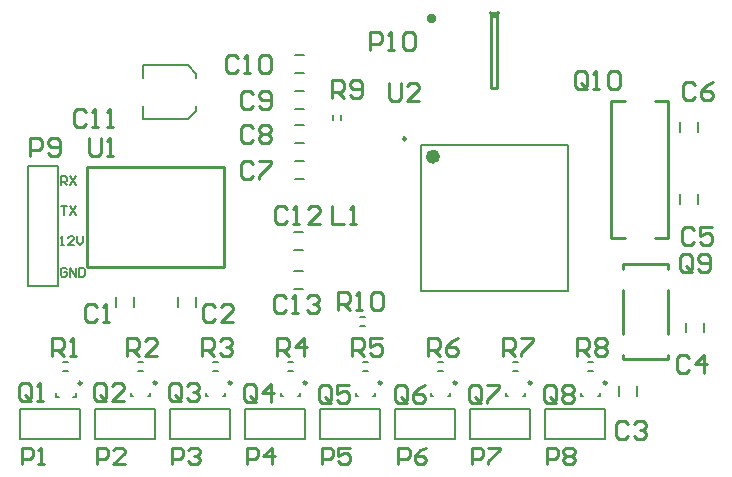
<source format=gto>
G04 Layer_Color=65535*
%FSLAX23Y23*%
%MOIN*%
G70*
G01*
G75*
%ADD23C,0.010*%
%ADD31C,0.024*%
%ADD32C,0.010*%
%ADD33C,0.008*%
%ADD34C,0.020*%
%ADD35C,0.006*%
D23*
X2602Y2530D02*
G03*
X2628Y2530I13J0D01*
G01*
X1713Y1681D02*
Y2016D01*
X1257Y1681D02*
X1713D01*
X1257Y2016D02*
X1713D01*
X1257Y1681D02*
Y2016D01*
X3195Y1780D02*
Y2234D01*
X3005Y1780D02*
Y2234D01*
X3049D01*
X3151D02*
X3195D01*
X3151Y1780D02*
X3195D01*
X3005D02*
X3049D01*
X2602Y2530D02*
X2625D01*
X2605D02*
X2628D01*
X2605Y2280D02*
Y2530D01*
Y2280D02*
X2625D01*
Y2530D01*
X3042Y1376D02*
X3192D01*
X3042Y1691D02*
X3192D01*
X3042Y1376D02*
Y1390D01*
Y1460D02*
Y1606D01*
Y1677D02*
Y1691D01*
X3192Y1460D02*
Y1606D01*
Y1376D02*
Y1390D01*
Y1677D02*
Y1691D01*
X2263Y2297D02*
Y2247D01*
X2272Y2237D01*
X2292D01*
X2302Y2247D01*
Y2297D01*
X2362Y2237D02*
X2322D01*
X2362Y2277D01*
Y2287D01*
X2352Y2297D01*
X2332D01*
X2322Y2287D01*
X1262Y2111D02*
Y2061D01*
X1272Y2051D01*
X1292D01*
X1302Y2061D01*
Y2111D01*
X1322Y2051D02*
X1342D01*
X1332D01*
Y2111D01*
X1322Y2101D01*
X2095Y1540D02*
Y1600D01*
X2125D01*
X2135Y1590D01*
Y1570D01*
X2125Y1560D01*
X2095D01*
X2115D02*
X2135Y1540D01*
X2155D02*
X2175D01*
X2165D01*
Y1600D01*
X2155Y1590D01*
X2205D02*
X2215Y1600D01*
X2235D01*
X2245Y1590D01*
Y1550D01*
X2235Y1540D01*
X2215D01*
X2205Y1550D01*
Y1590D01*
X2075Y2245D02*
Y2305D01*
X2105D01*
X2115Y2295D01*
Y2275D01*
X2105Y2265D01*
X2075D01*
X2095D02*
X2115Y2245D01*
X2135Y2255D02*
X2145Y2245D01*
X2165D01*
X2175Y2255D01*
Y2295D01*
X2165Y2305D01*
X2145D01*
X2135Y2295D01*
Y2285D01*
X2145Y2275D01*
X2175D01*
X2925Y2285D02*
Y2325D01*
X2915Y2335D01*
X2895D01*
X2885Y2325D01*
Y2285D01*
X2895Y2275D01*
X2915D01*
X2905Y2295D02*
X2925Y2275D01*
X2915D02*
X2925Y2285D01*
X2945Y2275D02*
X2965D01*
X2955D01*
Y2335D01*
X2945Y2325D01*
X2995D02*
X3005Y2335D01*
X3025D01*
X3035Y2325D01*
Y2285D01*
X3025Y2275D01*
X3005D01*
X2995Y2285D01*
Y2325D01*
X3275Y1675D02*
Y1715D01*
X3265Y1725D01*
X3245D01*
X3235Y1715D01*
Y1675D01*
X3245Y1665D01*
X3265D01*
X3255Y1685D02*
X3275Y1665D01*
X3265D02*
X3275Y1675D01*
X3295D02*
X3305Y1665D01*
X3325D01*
X3335Y1675D01*
Y1715D01*
X3325Y1725D01*
X3305D01*
X3295Y1715D01*
Y1705D01*
X3305Y1695D01*
X3335D01*
X2820Y1239D02*
Y1279D01*
X2810Y1289D01*
X2790D01*
X2780Y1279D01*
Y1239D01*
X2790Y1229D01*
X2810D01*
X2800Y1249D02*
X2820Y1229D01*
X2810D02*
X2820Y1239D01*
X2840Y1279D02*
X2850Y1289D01*
X2870D01*
X2880Y1279D01*
Y1269D01*
X2870Y1259D01*
X2880Y1249D01*
Y1239D01*
X2870Y1229D01*
X2850D01*
X2840Y1239D01*
Y1249D01*
X2850Y1259D01*
X2840Y1269D01*
Y1279D01*
X2850Y1259D02*
X2870D01*
X2570Y1239D02*
Y1279D01*
X2560Y1289D01*
X2540D01*
X2530Y1279D01*
Y1239D01*
X2540Y1229D01*
X2560D01*
X2550Y1249D02*
X2570Y1229D01*
X2560D02*
X2570Y1239D01*
X2590Y1289D02*
X2630D01*
Y1279D01*
X2590Y1239D01*
Y1229D01*
X2325Y1240D02*
Y1280D01*
X2315Y1290D01*
X2295D01*
X2285Y1280D01*
Y1240D01*
X2295Y1230D01*
X2315D01*
X2305Y1250D02*
X2325Y1230D01*
X2315D02*
X2325Y1240D01*
X2385Y1290D02*
X2365Y1280D01*
X2345Y1260D01*
Y1240D01*
X2355Y1230D01*
X2375D01*
X2385Y1240D01*
Y1250D01*
X2375Y1260D01*
X2345D01*
X2070Y1240D02*
Y1280D01*
X2060Y1290D01*
X2040D01*
X2030Y1280D01*
Y1240D01*
X2040Y1230D01*
X2060D01*
X2050Y1250D02*
X2070Y1230D01*
X2060D02*
X2070Y1240D01*
X2130Y1290D02*
X2090D01*
Y1260D01*
X2110Y1270D01*
X2120D01*
X2130Y1260D01*
Y1240D01*
X2120Y1230D01*
X2100D01*
X2090Y1240D01*
X1820Y1241D02*
Y1281D01*
X1810Y1291D01*
X1790D01*
X1780Y1281D01*
Y1241D01*
X1790Y1231D01*
X1810D01*
X1800Y1251D02*
X1820Y1231D01*
X1810D02*
X1820Y1241D01*
X1870Y1231D02*
Y1291D01*
X1840Y1261D01*
X1880D01*
X1570Y1245D02*
Y1285D01*
X1560Y1295D01*
X1540D01*
X1530Y1285D01*
Y1245D01*
X1540Y1235D01*
X1560D01*
X1550Y1255D02*
X1570Y1235D01*
X1560D02*
X1570Y1245D01*
X1590Y1285D02*
X1600Y1295D01*
X1620D01*
X1630Y1285D01*
Y1275D01*
X1620Y1265D01*
X1610D01*
X1620D01*
X1630Y1255D01*
Y1245D01*
X1620Y1235D01*
X1600D01*
X1590Y1245D01*
X1320D02*
Y1285D01*
X1310Y1295D01*
X1290D01*
X1280Y1285D01*
Y1245D01*
X1290Y1235D01*
X1310D01*
X1300Y1255D02*
X1320Y1235D01*
X1310D02*
X1320Y1245D01*
X1380Y1235D02*
X1340D01*
X1380Y1275D01*
Y1285D01*
X1370Y1295D01*
X1350D01*
X1340Y1285D01*
X1070Y1245D02*
Y1285D01*
X1060Y1295D01*
X1040D01*
X1030Y1285D01*
Y1245D01*
X1040Y1235D01*
X1060D01*
X1050Y1255D02*
X1070Y1235D01*
X1060D02*
X1070Y1245D01*
X1090Y1235D02*
X1110D01*
X1100D01*
Y1295D01*
X1090Y1285D01*
X2200Y2405D02*
Y2465D01*
X2230D01*
X2240Y2455D01*
Y2435D01*
X2230Y2425D01*
X2200D01*
X2260Y2405D02*
X2280D01*
X2270D01*
Y2465D01*
X2260Y2455D01*
X2310D02*
X2320Y2465D01*
X2340D01*
X2350Y2455D01*
Y2415D01*
X2340Y2405D01*
X2320D01*
X2310Y2415D01*
Y2455D01*
X1066Y2053D02*
Y2113D01*
X1096D01*
X1106Y2103D01*
Y2083D01*
X1096Y2073D01*
X1066D01*
X1126Y2063D02*
X1136Y2053D01*
X1156D01*
X1166Y2063D01*
Y2103D01*
X1156Y2113D01*
X1136D01*
X1126Y2103D01*
Y2093D01*
X1136Y2083D01*
X1166D01*
X2790Y1025D02*
Y1080D01*
X2817D01*
X2827Y1071D01*
Y1052D01*
X2817Y1043D01*
X2790D01*
X2845Y1071D02*
X2854Y1080D01*
X2872D01*
X2882Y1071D01*
Y1062D01*
X2872Y1052D01*
X2882Y1043D01*
Y1034D01*
X2872Y1025D01*
X2854D01*
X2845Y1034D01*
Y1043D01*
X2854Y1052D01*
X2845Y1062D01*
Y1071D01*
X2854Y1052D02*
X2872D01*
X2540Y1025D02*
Y1080D01*
X2567D01*
X2577Y1071D01*
Y1052D01*
X2567Y1043D01*
X2540D01*
X2595Y1080D02*
X2632D01*
Y1071D01*
X2595Y1034D01*
Y1025D01*
X2295D02*
Y1080D01*
X2322D01*
X2332Y1071D01*
Y1052D01*
X2322Y1043D01*
X2295D01*
X2387Y1080D02*
X2368Y1071D01*
X2350Y1052D01*
Y1034D01*
X2359Y1025D01*
X2377D01*
X2387Y1034D01*
Y1043D01*
X2377Y1052D01*
X2350D01*
X2040Y1025D02*
Y1080D01*
X2067D01*
X2077Y1071D01*
Y1052D01*
X2067Y1043D01*
X2040D01*
X2132Y1080D02*
X2095D01*
Y1052D01*
X2113Y1062D01*
X2122D01*
X2132Y1052D01*
Y1034D01*
X2122Y1025D01*
X2104D01*
X2095Y1034D01*
X1790Y1025D02*
Y1080D01*
X1817D01*
X1827Y1071D01*
Y1052D01*
X1817Y1043D01*
X1790D01*
X1872Y1025D02*
Y1080D01*
X1845Y1052D01*
X1882D01*
X1540Y1025D02*
Y1080D01*
X1567D01*
X1577Y1071D01*
Y1052D01*
X1567Y1043D01*
X1540D01*
X1595Y1071D02*
X1604Y1080D01*
X1622D01*
X1632Y1071D01*
Y1062D01*
X1622Y1052D01*
X1613D01*
X1622D01*
X1632Y1043D01*
Y1034D01*
X1622Y1025D01*
X1604D01*
X1595Y1034D01*
X1290Y1025D02*
Y1080D01*
X1317D01*
X1327Y1071D01*
Y1052D01*
X1317Y1043D01*
X1290D01*
X1382Y1025D02*
X1345D01*
X1382Y1062D01*
Y1071D01*
X1372Y1080D01*
X1354D01*
X1345Y1071D01*
X1040Y1025D02*
Y1080D01*
X1067D01*
X1077Y1071D01*
Y1052D01*
X1067Y1043D01*
X1040D01*
X1095Y1025D02*
X1113D01*
X1104D01*
Y1080D01*
X1095Y1071D01*
X2075Y1884D02*
Y1824D01*
X2115D01*
X2135D02*
X2155D01*
X2145D01*
Y1884D01*
X2135Y1874D01*
X1920Y1580D02*
X1910Y1590D01*
X1890D01*
X1880Y1580D01*
Y1540D01*
X1890Y1530D01*
X1910D01*
X1920Y1540D01*
X1940Y1530D02*
X1960D01*
X1950D01*
Y1590D01*
X1940Y1580D01*
X1990D02*
X2000Y1590D01*
X2020D01*
X2030Y1580D01*
Y1570D01*
X2020Y1560D01*
X2010D01*
X2020D01*
X2030Y1550D01*
Y1540D01*
X2020Y1530D01*
X2000D01*
X1990Y1540D01*
X1922Y1875D02*
X1912Y1885D01*
X1892D01*
X1882Y1875D01*
Y1835D01*
X1892Y1825D01*
X1912D01*
X1922Y1835D01*
X1942Y1825D02*
X1962D01*
X1952D01*
Y1885D01*
X1942Y1875D01*
X2032Y1825D02*
X1992D01*
X2032Y1865D01*
Y1875D01*
X2022Y1885D01*
X2002D01*
X1992Y1875D01*
X1254Y2200D02*
X1244Y2210D01*
X1224D01*
X1214Y2200D01*
Y2160D01*
X1224Y2150D01*
X1244D01*
X1254Y2160D01*
X1274Y2150D02*
X1294D01*
X1284D01*
Y2210D01*
X1274Y2200D01*
X1324Y2150D02*
X1344D01*
X1334D01*
Y2210D01*
X1324Y2200D01*
X1760Y2380D02*
X1750Y2390D01*
X1730D01*
X1720Y2380D01*
Y2340D01*
X1730Y2330D01*
X1750D01*
X1760Y2340D01*
X1780Y2330D02*
X1800D01*
X1790D01*
Y2390D01*
X1780Y2380D01*
X1830D02*
X1840Y2390D01*
X1860D01*
X1870Y2380D01*
Y2340D01*
X1860Y2330D01*
X1840D01*
X1830Y2340D01*
Y2380D01*
X1810Y2260D02*
X1800Y2270D01*
X1780D01*
X1770Y2260D01*
Y2220D01*
X1780Y2210D01*
X1800D01*
X1810Y2220D01*
X1830D02*
X1840Y2210D01*
X1860D01*
X1870Y2220D01*
Y2260D01*
X1860Y2270D01*
X1840D01*
X1830Y2260D01*
Y2250D01*
X1840Y2240D01*
X1870D01*
X1810Y2145D02*
X1800Y2155D01*
X1780D01*
X1770Y2145D01*
Y2105D01*
X1780Y2095D01*
X1800D01*
X1810Y2105D01*
X1830Y2145D02*
X1840Y2155D01*
X1860D01*
X1870Y2145D01*
Y2135D01*
X1860Y2125D01*
X1870Y2115D01*
Y2105D01*
X1860Y2095D01*
X1840D01*
X1830Y2105D01*
Y2115D01*
X1840Y2125D01*
X1830Y2135D01*
Y2145D01*
X1840Y2125D02*
X1860D01*
X1810Y2025D02*
X1800Y2035D01*
X1780D01*
X1770Y2025D01*
Y1985D01*
X1780Y1975D01*
X1800D01*
X1810Y1985D01*
X1830Y2035D02*
X1870D01*
Y2025D01*
X1830Y1985D01*
Y1975D01*
X3285Y2290D02*
X3275Y2300D01*
X3255D01*
X3245Y2290D01*
Y2250D01*
X3255Y2240D01*
X3275D01*
X3285Y2250D01*
X3345Y2300D02*
X3325Y2290D01*
X3305Y2270D01*
Y2250D01*
X3315Y2240D01*
X3335D01*
X3345Y2250D01*
Y2260D01*
X3335Y2270D01*
X3305D01*
X3280Y1805D02*
X3270Y1815D01*
X3250D01*
X3240Y1805D01*
Y1765D01*
X3250Y1755D01*
X3270D01*
X3280Y1765D01*
X3340Y1815D02*
X3300D01*
Y1785D01*
X3320Y1795D01*
X3330D01*
X3340Y1785D01*
Y1765D01*
X3330Y1755D01*
X3310D01*
X3300Y1765D01*
X3265Y1380D02*
X3255Y1390D01*
X3235D01*
X3225Y1380D01*
Y1340D01*
X3235Y1330D01*
X3255D01*
X3265Y1340D01*
X3315Y1330D02*
Y1390D01*
X3285Y1360D01*
X3325D01*
X3060Y1160D02*
X3050Y1170D01*
X3030D01*
X3020Y1160D01*
Y1120D01*
X3030Y1110D01*
X3050D01*
X3060Y1120D01*
X3080Y1160D02*
X3090Y1170D01*
X3110D01*
X3120Y1160D01*
Y1150D01*
X3110Y1140D01*
X3100D01*
X3110D01*
X3120Y1130D01*
Y1120D01*
X3110Y1110D01*
X3090D01*
X3080Y1120D01*
X1685Y1550D02*
X1675Y1560D01*
X1655D01*
X1645Y1550D01*
Y1510D01*
X1655Y1500D01*
X1675D01*
X1685Y1510D01*
X1745Y1500D02*
X1705D01*
X1745Y1540D01*
Y1550D01*
X1735Y1560D01*
X1715D01*
X1705Y1550D01*
X1290D02*
X1280Y1560D01*
X1260D01*
X1250Y1550D01*
Y1510D01*
X1260Y1500D01*
X1280D01*
X1290Y1510D01*
X1310Y1500D02*
X1330D01*
X1320D01*
Y1560D01*
X1310Y1550D01*
X1140Y1385D02*
Y1445D01*
X1170D01*
X1180Y1435D01*
Y1415D01*
X1170Y1405D01*
X1140D01*
X1160D02*
X1180Y1385D01*
X1200D02*
X1220D01*
X1210D01*
Y1445D01*
X1200Y1435D01*
X1390Y1385D02*
Y1445D01*
X1420D01*
X1430Y1435D01*
Y1415D01*
X1420Y1405D01*
X1390D01*
X1410D02*
X1430Y1385D01*
X1490D02*
X1450D01*
X1490Y1425D01*
Y1435D01*
X1480Y1445D01*
X1460D01*
X1450Y1435D01*
X1640Y1385D02*
Y1445D01*
X1670D01*
X1680Y1435D01*
Y1415D01*
X1670Y1405D01*
X1640D01*
X1660D02*
X1680Y1385D01*
X1700Y1435D02*
X1710Y1445D01*
X1730D01*
X1740Y1435D01*
Y1425D01*
X1730Y1415D01*
X1720D01*
X1730D01*
X1740Y1405D01*
Y1395D01*
X1730Y1385D01*
X1710D01*
X1700Y1395D01*
X1890Y1385D02*
Y1445D01*
X1920D01*
X1930Y1435D01*
Y1415D01*
X1920Y1405D01*
X1890D01*
X1910D02*
X1930Y1385D01*
X1980D02*
Y1445D01*
X1950Y1415D01*
X1990D01*
X2140Y1385D02*
Y1445D01*
X2170D01*
X2180Y1435D01*
Y1415D01*
X2170Y1405D01*
X2140D01*
X2160D02*
X2180Y1385D01*
X2239Y1445D02*
X2200D01*
Y1415D01*
X2220Y1425D01*
X2229D01*
X2239Y1415D01*
Y1395D01*
X2229Y1385D01*
X2210D01*
X2200Y1395D01*
X2395Y1385D02*
Y1445D01*
X2425D01*
X2435Y1435D01*
Y1415D01*
X2425Y1405D01*
X2395D01*
X2415D02*
X2435Y1385D01*
X2494Y1445D02*
X2475Y1435D01*
X2455Y1415D01*
Y1395D01*
X2465Y1385D01*
X2484D01*
X2494Y1395D01*
Y1405D01*
X2484Y1415D01*
X2455D01*
X2645Y1385D02*
Y1445D01*
X2675D01*
X2685Y1435D01*
Y1415D01*
X2675Y1405D01*
X2645D01*
X2665D02*
X2685Y1385D01*
X2705Y1445D02*
X2744D01*
Y1435D01*
X2705Y1395D01*
Y1385D01*
X2890D02*
Y1445D01*
X2920D01*
X2930Y1435D01*
Y1415D01*
X2920Y1405D01*
X2890D01*
X2910D02*
X2930Y1385D01*
X2950Y1435D02*
X2960Y1445D01*
X2979D01*
X2989Y1435D01*
Y1425D01*
X2979Y1415D01*
X2989Y1405D01*
Y1395D01*
X2979Y1385D01*
X2960D01*
X2950Y1395D01*
Y1405D01*
X2960Y1415D01*
X2950Y1425D01*
Y1435D01*
X2960Y1415D02*
X2979D01*
D31*
X2422Y2050D02*
G03*
X2422Y2050I-12J0D01*
G01*
D32*
X2320Y2109D02*
G03*
X2320Y2109I-5J0D01*
G01*
X2989Y1296D02*
G03*
X2989Y1296I-5J0D01*
G01*
X2739D02*
G03*
X2739Y1296I-5J0D01*
G01*
X2489D02*
G03*
X2489Y1296I-5J0D01*
G01*
X2239Y1296D02*
G03*
X2239Y1296I-5J0D01*
G01*
X1989D02*
G03*
X1989Y1296I-5J0D01*
G01*
X1739Y1296D02*
G03*
X1739Y1296I-5J0D01*
G01*
X1489Y1296D02*
G03*
X1489Y1296I-5J0D01*
G01*
X1239Y1295D02*
G03*
X1239Y1295I-5J0D01*
G01*
D33*
X2371Y1601D02*
X2859D01*
X2371Y2089D02*
X2859D01*
Y1601D02*
Y2089D01*
X2371Y1601D02*
Y2089D01*
X2168Y1514D02*
X2183D01*
X2168Y1486D02*
X2183D01*
X1946Y1740D02*
X1978D01*
X1946Y1800D02*
X1978D01*
X1946Y1610D02*
X1978D01*
X1946Y1670D02*
X1978D01*
X1949Y2035D02*
X1981D01*
X1949Y1975D02*
X1981D01*
X1949Y2155D02*
X1981D01*
X1949Y2095D02*
X1981D01*
X2076Y2173D02*
Y2188D01*
X2104Y2173D02*
Y2188D01*
X1620Y2203D02*
Y2218D01*
X1594Y2176D02*
X1620Y2203D01*
X1594Y2354D02*
X1620Y2327D01*
Y2312D02*
Y2327D01*
X1443Y2176D02*
X1594D01*
X1443D02*
Y2218D01*
Y2312D02*
Y2354D01*
X1594D01*
X1949Y2390D02*
X1981D01*
X1949Y2330D02*
X1981D01*
X1949Y2270D02*
X1981D01*
X1949Y2210D02*
X1981D01*
X1060Y1620D02*
X1160D01*
X1060D02*
Y2020D01*
X1160Y1620D02*
Y2020D01*
X1060D02*
X1160D01*
X1620Y1549D02*
Y1581D01*
X1560Y1549D02*
Y1581D01*
X1415Y1549D02*
Y1581D01*
X1355Y1549D02*
Y1581D01*
X2902Y1251D02*
X2911D01*
X2902D02*
Y1263D01*
X2959Y1251D02*
X2968D01*
Y1263D01*
X2927Y1364D02*
X2943D01*
X2927Y1336D02*
X2943D01*
X2785Y1110D02*
Y1210D01*
X2985D01*
Y1110D02*
Y1210D01*
X2785Y1110D02*
X2985D01*
X2535D02*
Y1210D01*
X2735D01*
Y1110D02*
Y1210D01*
X2535Y1110D02*
X2735D01*
X2652Y1251D02*
X2661D01*
X2652D02*
Y1263D01*
X2709Y1251D02*
X2718D01*
Y1263D01*
X2677Y1364D02*
X2693D01*
X2677Y1336D02*
X2693D01*
X2402Y1251D02*
X2411D01*
X2402D02*
Y1263D01*
X2459Y1251D02*
X2468D01*
Y1263D01*
X2285Y1110D02*
Y1210D01*
X2485D01*
Y1110D02*
Y1210D01*
X2285Y1110D02*
X2485D01*
X2427Y1364D02*
X2443D01*
X2427Y1336D02*
X2443D01*
X2152Y1251D02*
X2161D01*
X2152D02*
Y1263D01*
X2209Y1251D02*
X2218D01*
Y1263D01*
X2177Y1364D02*
X2193D01*
X2177Y1336D02*
X2193D01*
X2035Y1110D02*
Y1210D01*
X2235D01*
Y1110D02*
Y1210D01*
X2035Y1110D02*
X2235D01*
X1902Y1251D02*
X1911D01*
X1902D02*
Y1263D01*
X1959Y1251D02*
X1968D01*
Y1263D01*
X1785Y1110D02*
Y1210D01*
X1985D01*
Y1110D02*
Y1210D01*
X1785Y1110D02*
X1985D01*
X1928Y1364D02*
X1943D01*
X1928Y1336D02*
X1943D01*
X1535Y1110D02*
Y1210D01*
X1735D01*
Y1110D02*
Y1210D01*
X1535Y1110D02*
X1735D01*
X1652Y1251D02*
X1661D01*
X1652D02*
Y1263D01*
X1709Y1251D02*
X1718D01*
Y1263D01*
X1677Y1364D02*
X1693D01*
X1677Y1336D02*
X1693D01*
X1285Y1110D02*
Y1210D01*
X1485D01*
Y1110D02*
Y1210D01*
X1285Y1110D02*
X1485D01*
X1402Y1251D02*
X1411D01*
X1402D02*
Y1263D01*
X1459Y1251D02*
X1468D01*
Y1263D01*
X1428Y1364D02*
X1443D01*
X1428Y1336D02*
X1443D01*
X1035Y1110D02*
Y1210D01*
X1235D01*
Y1110D02*
Y1210D01*
X1035Y1110D02*
X1235D01*
X1152Y1250D02*
X1162D01*
X1152D02*
Y1262D01*
X1209Y1250D02*
X1219D01*
Y1262D01*
X1178Y1364D02*
X1193D01*
X1178Y1336D02*
X1193D01*
X3090Y1252D02*
Y1284D01*
X3030Y1252D02*
Y1284D01*
X3255Y1464D02*
Y1496D01*
X3315Y1464D02*
Y1496D01*
X3235Y1892D02*
Y1924D01*
X3295Y1892D02*
Y1924D01*
X3295Y2132D02*
Y2164D01*
X3235Y2132D02*
Y2164D01*
D34*
X2400Y2505D02*
Y2515D01*
X2410D01*
Y2505D01*
X2400D01*
D35*
X1190Y1675D02*
X1185Y1680D01*
X1175D01*
X1170Y1675D01*
Y1655D01*
X1175Y1650D01*
X1185D01*
X1190Y1655D01*
Y1665D01*
X1180D01*
X1200Y1650D02*
Y1680D01*
X1220Y1650D01*
Y1680D01*
X1230D02*
Y1650D01*
X1245D01*
X1250Y1655D01*
Y1675D01*
X1245Y1680D01*
X1230D01*
X1170Y1755D02*
X1180D01*
X1175D01*
Y1785D01*
X1170Y1780D01*
X1215Y1755D02*
X1195D01*
X1215Y1775D01*
Y1780D01*
X1210Y1785D01*
X1200D01*
X1195Y1780D01*
X1225Y1785D02*
Y1765D01*
X1235Y1755D01*
X1245Y1765D01*
Y1785D01*
X1170Y1885D02*
X1190D01*
X1180D01*
Y1855D01*
X1200Y1885D02*
X1220Y1855D01*
Y1885D02*
X1200Y1855D01*
X1170Y1955D02*
Y1985D01*
X1185D01*
X1190Y1980D01*
Y1970D01*
X1185Y1965D01*
X1170D01*
X1180D02*
X1190Y1955D01*
X1200Y1985D02*
X1220Y1955D01*
Y1985D02*
X1200Y1955D01*
M02*

</source>
